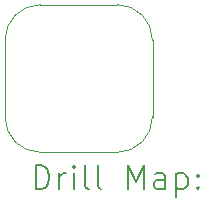
<source format=gbr>
%TF.GenerationSoftware,KiCad,Pcbnew,8.0.1*%
%TF.CreationDate,2024-09-25T01:17:40+02:00*%
%TF.ProjectId,speckle_pcb_rev1,73706563-6b6c-4655-9f70-63625f726576,rev?*%
%TF.SameCoordinates,Original*%
%TF.FileFunction,Drillmap*%
%TF.FilePolarity,Positive*%
%FSLAX45Y45*%
G04 Gerber Fmt 4.5, Leading zero omitted, Abs format (unit mm)*
G04 Created by KiCad (PCBNEW 8.0.1) date 2024-09-25 01:17:40*
%MOMM*%
%LPD*%
G01*
G04 APERTURE LIST*
%ADD10C,0.001000*%
%ADD11C,0.200000*%
G04 APERTURE END LIST*
D10*
X20397500Y-9047499D02*
X20397500Y-8397500D01*
X19447500Y-9347500D02*
G75*
G02*
X19147500Y-9047500I0J300000D01*
G01*
X20397500Y-9047499D02*
G75*
G02*
X20097499Y-9347500I-300000J-1D01*
G01*
X19147500Y-8397500D02*
G75*
G02*
X19447500Y-8097500I300000J0D01*
G01*
X19147500Y-8397500D02*
X19147500Y-9047500D01*
X19447500Y-9347500D02*
X20097499Y-9347500D01*
X20097499Y-8097500D02*
X19447500Y-8097500D01*
X20097499Y-8097500D02*
G75*
G02*
X20397500Y-8397500I1J-300000D01*
G01*
D11*
X19408227Y-9659034D02*
X19408227Y-9459034D01*
X19408227Y-9459034D02*
X19455846Y-9459034D01*
X19455846Y-9459034D02*
X19484417Y-9468558D01*
X19484417Y-9468558D02*
X19503465Y-9487605D01*
X19503465Y-9487605D02*
X19512989Y-9506653D01*
X19512989Y-9506653D02*
X19522513Y-9544748D01*
X19522513Y-9544748D02*
X19522513Y-9573320D01*
X19522513Y-9573320D02*
X19512989Y-9611415D01*
X19512989Y-9611415D02*
X19503465Y-9630462D01*
X19503465Y-9630462D02*
X19484417Y-9649510D01*
X19484417Y-9649510D02*
X19455846Y-9659034D01*
X19455846Y-9659034D02*
X19408227Y-9659034D01*
X19608227Y-9659034D02*
X19608227Y-9525700D01*
X19608227Y-9563796D02*
X19617751Y-9544748D01*
X19617751Y-9544748D02*
X19627274Y-9535224D01*
X19627274Y-9535224D02*
X19646322Y-9525700D01*
X19646322Y-9525700D02*
X19665370Y-9525700D01*
X19732036Y-9659034D02*
X19732036Y-9525700D01*
X19732036Y-9459034D02*
X19722513Y-9468558D01*
X19722513Y-9468558D02*
X19732036Y-9478081D01*
X19732036Y-9478081D02*
X19741560Y-9468558D01*
X19741560Y-9468558D02*
X19732036Y-9459034D01*
X19732036Y-9459034D02*
X19732036Y-9478081D01*
X19855846Y-9659034D02*
X19836798Y-9649510D01*
X19836798Y-9649510D02*
X19827274Y-9630462D01*
X19827274Y-9630462D02*
X19827274Y-9459034D01*
X19960608Y-9659034D02*
X19941560Y-9649510D01*
X19941560Y-9649510D02*
X19932036Y-9630462D01*
X19932036Y-9630462D02*
X19932036Y-9459034D01*
X20189179Y-9659034D02*
X20189179Y-9459034D01*
X20189179Y-9459034D02*
X20255846Y-9601891D01*
X20255846Y-9601891D02*
X20322513Y-9459034D01*
X20322513Y-9459034D02*
X20322513Y-9659034D01*
X20503465Y-9659034D02*
X20503465Y-9554272D01*
X20503465Y-9554272D02*
X20493941Y-9535224D01*
X20493941Y-9535224D02*
X20474894Y-9525700D01*
X20474894Y-9525700D02*
X20436798Y-9525700D01*
X20436798Y-9525700D02*
X20417751Y-9535224D01*
X20503465Y-9649510D02*
X20484417Y-9659034D01*
X20484417Y-9659034D02*
X20436798Y-9659034D01*
X20436798Y-9659034D02*
X20417751Y-9649510D01*
X20417751Y-9649510D02*
X20408227Y-9630462D01*
X20408227Y-9630462D02*
X20408227Y-9611415D01*
X20408227Y-9611415D02*
X20417751Y-9592367D01*
X20417751Y-9592367D02*
X20436798Y-9582843D01*
X20436798Y-9582843D02*
X20484417Y-9582843D01*
X20484417Y-9582843D02*
X20503465Y-9573320D01*
X20598703Y-9525700D02*
X20598703Y-9725700D01*
X20598703Y-9535224D02*
X20617751Y-9525700D01*
X20617751Y-9525700D02*
X20655846Y-9525700D01*
X20655846Y-9525700D02*
X20674894Y-9535224D01*
X20674894Y-9535224D02*
X20684417Y-9544748D01*
X20684417Y-9544748D02*
X20693941Y-9563796D01*
X20693941Y-9563796D02*
X20693941Y-9620939D01*
X20693941Y-9620939D02*
X20684417Y-9639986D01*
X20684417Y-9639986D02*
X20674894Y-9649510D01*
X20674894Y-9649510D02*
X20655846Y-9659034D01*
X20655846Y-9659034D02*
X20617751Y-9659034D01*
X20617751Y-9659034D02*
X20598703Y-9649510D01*
X20779655Y-9639986D02*
X20789179Y-9649510D01*
X20789179Y-9649510D02*
X20779655Y-9659034D01*
X20779655Y-9659034D02*
X20770132Y-9649510D01*
X20770132Y-9649510D02*
X20779655Y-9639986D01*
X20779655Y-9639986D02*
X20779655Y-9659034D01*
X20779655Y-9535224D02*
X20789179Y-9544748D01*
X20789179Y-9544748D02*
X20779655Y-9554272D01*
X20779655Y-9554272D02*
X20770132Y-9544748D01*
X20770132Y-9544748D02*
X20779655Y-9535224D01*
X20779655Y-9535224D02*
X20779655Y-9554272D01*
M02*

</source>
